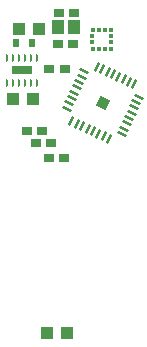
<source format=gtp>
G04*
G04 #@! TF.GenerationSoftware,Altium Limited,Altium Designer,21.7.2 (23)*
G04*
G04 Layer_Color=8421504*
%FSLAX25Y25*%
%MOIN*%
G70*
G04*
G04 #@! TF.SameCoordinates,2A64222C-FEAE-4017-A15E-55E8C78AA572*
G04*
G04*
G04 #@! TF.FilePolarity,Positive*
G04*
G01*
G75*
%ADD17R,0.01181X0.01378*%
%ADD18R,0.01378X0.01181*%
G04:AMPARAMS|DCode=19|XSize=9.84mil|YSize=35.43mil|CornerRadius=0mil|HoleSize=0mil|Usage=FLASHONLY|Rotation=245.000|XOffset=0mil|YOffset=0mil|HoleType=Round|Shape=Round|*
%AMOVALD19*
21,1,0.02559,0.00984,0.00000,0.00000,335.0*
1,1,0.00984,-0.01160,0.00541*
1,1,0.00984,0.01160,-0.00541*
%
%ADD19OVALD19*%

G04:AMPARAMS|DCode=20|XSize=9.84mil|YSize=35.43mil|CornerRadius=0mil|HoleSize=0mil|Usage=FLASHONLY|Rotation=155.000|XOffset=0mil|YOffset=0mil|HoleType=Round|Shape=Round|*
%AMOVALD20*
21,1,0.02559,0.00984,0.00000,0.00000,245.0*
1,1,0.00984,0.00541,0.01160*
1,1,0.00984,-0.00541,-0.01160*
%
%ADD20OVALD20*%

%ADD21P,0.05011X4X200.0*%
%ADD22R,0.03543X0.02756*%
%ADD23R,0.07087X0.02756*%
G04:AMPARAMS|DCode=24|XSize=9.84mil|YSize=25.59mil|CornerRadius=2.46mil|HoleSize=0mil|Usage=FLASHONLY|Rotation=0.000|XOffset=0mil|YOffset=0mil|HoleType=Round|Shape=RoundedRectangle|*
%AMROUNDEDRECTD24*
21,1,0.00984,0.02067,0,0,0.0*
21,1,0.00492,0.02559,0,0,0.0*
1,1,0.00492,0.00246,-0.01034*
1,1,0.00492,-0.00246,-0.01034*
1,1,0.00492,-0.00246,0.01034*
1,1,0.00492,0.00246,0.01034*
%
%ADD24ROUNDEDRECTD24*%
%ADD25R,0.04331X0.03937*%
%ADD26R,0.02362X0.03150*%
%ADD27R,0.04000X0.05000*%
D17*
X12241Y13415D02*
D03*
X14209D02*
D03*
X10272D02*
D03*
X16178D02*
D03*
X10272Y19714D02*
D03*
X12241D02*
D03*
X14209D02*
D03*
X16178D02*
D03*
D18*
X10075Y15580D02*
D03*
Y17549D02*
D03*
X16375D02*
D03*
Y15580D02*
D03*
D19*
X19795Y-14984D02*
D03*
X20627Y-13200D02*
D03*
X21459Y-11416D02*
D03*
X22290Y-9632D02*
D03*
X23122Y-7848D02*
D03*
X23954Y-6064D02*
D03*
X24786Y-4280D02*
D03*
X25618Y-2496D02*
D03*
X7421Y5990D02*
D03*
X6589Y4206D02*
D03*
X5757Y2422D02*
D03*
X4925Y638D02*
D03*
X4093Y-1146D02*
D03*
X3261Y-2930D02*
D03*
X2429Y-4714D02*
D03*
X1597Y-6498D02*
D03*
D20*
X24095Y1690D02*
D03*
X22311Y2522D02*
D03*
X20527Y3354D02*
D03*
X18743Y4186D02*
D03*
X16958Y5018D02*
D03*
X15174Y5850D02*
D03*
X13390Y6682D02*
D03*
X11606Y7514D02*
D03*
X3121Y-10684D02*
D03*
X4905Y-11516D02*
D03*
X6689Y-12348D02*
D03*
X8473Y-13180D02*
D03*
X10257Y-14012D02*
D03*
X12041Y-14844D02*
D03*
X13825Y-15676D02*
D03*
X15609Y-16507D02*
D03*
D21*
X13608Y-4497D02*
D03*
D22*
X-11814Y-13945D02*
D03*
X-6696D02*
D03*
X-8798Y-18124D02*
D03*
X-3680D02*
D03*
X-1416Y15201D02*
D03*
X3702D02*
D03*
X890Y6731D02*
D03*
X-4228D02*
D03*
X-1042Y25504D02*
D03*
X4076D02*
D03*
X-4496Y-22971D02*
D03*
X622D02*
D03*
D23*
X-13315Y6297D02*
D03*
D24*
X-8394Y2065D02*
D03*
X-10362D02*
D03*
X-12331D02*
D03*
X-14299D02*
D03*
X-16268D02*
D03*
X-18236D02*
D03*
Y10530D02*
D03*
X-16268D02*
D03*
X-14299D02*
D03*
X-12331D02*
D03*
X-10362D02*
D03*
X-8394D02*
D03*
D25*
X-14408Y19975D02*
D03*
X-7715D02*
D03*
X-16341Y-3327D02*
D03*
X-9648D02*
D03*
X1783Y-81237D02*
D03*
X-4910D02*
D03*
D26*
X-15535Y15498D02*
D03*
X-10023D02*
D03*
D27*
X4024Y20560D02*
D03*
X-1276D02*
D03*
M02*

</source>
